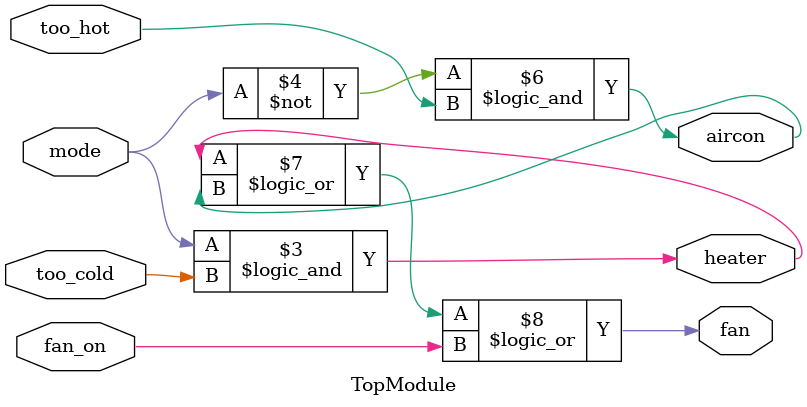
<source format=sv>


module TopModule (
  input mode,
  input too_cold,
  input too_hot,
  input fan_on,
  output heater,
  output aircon,
  output fan
);

assign heater = (mode == 1) && (too_cold == 1);
assign aircon = (mode == 0) && (too_hot == 1);
assign fan = heater || aircon || fan_on;
endmodule

</source>
